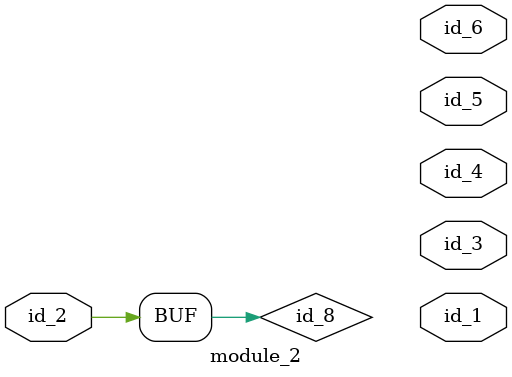
<source format=v>
module module_0;
  wire id_1;
  module_2 modCall_1 (
      id_1,
      id_1,
      id_1,
      id_1,
      id_1,
      id_1
  );
endmodule
module module_1 (
    id_1,
    id_2,
    id_3,
    id_4
);
  output wire id_4;
  inout wire id_3;
  input wire id_2;
  inout wire id_1;
  assign id_4 = id_1;
  module_0 modCall_1 ();
  wire id_5;
endmodule
module module_2 (
    id_1,
    id_2,
    id_3,
    id_4,
    id_5,
    id_6
);
  output wire id_6;
  output wire id_5;
  output wire id_4;
  output wire id_3;
  inout wire id_2;
  output wire id_1;
  wire id_7, id_8;
  assign id_2 = id_8;
  wire id_9;
endmodule

</source>
